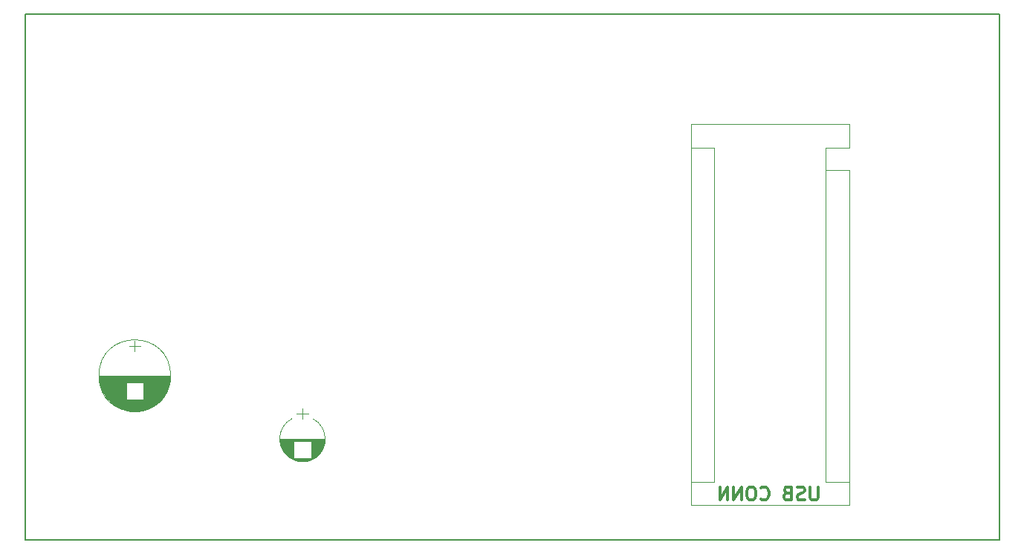
<source format=gbr>
G04 #@! TF.FileFunction,Legend,Bot*
%FSLAX46Y46*%
G04 Gerber Fmt 4.6, Leading zero omitted, Abs format (unit mm)*
G04 Created by KiCad (PCBNEW 4.0.7) date Saturday, 20 '20e' October '20e' 2018 20:32:08*
%MOMM*%
%LPD*%
G01*
G04 APERTURE LIST*
%ADD10C,0.500000*%
%ADD11C,0.300000*%
%ADD12C,0.150000*%
%ADD13C,0.120000*%
G04 APERTURE END LIST*
D10*
D11*
X120921429Y-88528571D02*
X120921429Y-89742857D01*
X120850001Y-89885714D01*
X120778572Y-89957143D01*
X120635715Y-90028571D01*
X120350001Y-90028571D01*
X120207143Y-89957143D01*
X120135715Y-89885714D01*
X120064286Y-89742857D01*
X120064286Y-88528571D01*
X119421429Y-89957143D02*
X119207143Y-90028571D01*
X118850000Y-90028571D01*
X118707143Y-89957143D01*
X118635714Y-89885714D01*
X118564286Y-89742857D01*
X118564286Y-89600000D01*
X118635714Y-89457143D01*
X118707143Y-89385714D01*
X118850000Y-89314286D01*
X119135714Y-89242857D01*
X119278572Y-89171429D01*
X119350000Y-89100000D01*
X119421429Y-88957143D01*
X119421429Y-88814286D01*
X119350000Y-88671429D01*
X119278572Y-88600000D01*
X119135714Y-88528571D01*
X118778572Y-88528571D01*
X118564286Y-88600000D01*
X117421429Y-89242857D02*
X117207143Y-89314286D01*
X117135715Y-89385714D01*
X117064286Y-89528571D01*
X117064286Y-89742857D01*
X117135715Y-89885714D01*
X117207143Y-89957143D01*
X117350001Y-90028571D01*
X117921429Y-90028571D01*
X117921429Y-88528571D01*
X117421429Y-88528571D01*
X117278572Y-88600000D01*
X117207143Y-88671429D01*
X117135715Y-88814286D01*
X117135715Y-88957143D01*
X117207143Y-89100000D01*
X117278572Y-89171429D01*
X117421429Y-89242857D01*
X117921429Y-89242857D01*
X114421429Y-89885714D02*
X114492858Y-89957143D01*
X114707144Y-90028571D01*
X114850001Y-90028571D01*
X115064286Y-89957143D01*
X115207144Y-89814286D01*
X115278572Y-89671429D01*
X115350001Y-89385714D01*
X115350001Y-89171429D01*
X115278572Y-88885714D01*
X115207144Y-88742857D01*
X115064286Y-88600000D01*
X114850001Y-88528571D01*
X114707144Y-88528571D01*
X114492858Y-88600000D01*
X114421429Y-88671429D01*
X113492858Y-88528571D02*
X113207144Y-88528571D01*
X113064286Y-88600000D01*
X112921429Y-88742857D01*
X112850001Y-89028571D01*
X112850001Y-89528571D01*
X112921429Y-89814286D01*
X113064286Y-89957143D01*
X113207144Y-90028571D01*
X113492858Y-90028571D01*
X113635715Y-89957143D01*
X113778572Y-89814286D01*
X113850001Y-89528571D01*
X113850001Y-89028571D01*
X113778572Y-88742857D01*
X113635715Y-88600000D01*
X113492858Y-88528571D01*
X112207143Y-90028571D02*
X112207143Y-88528571D01*
X111350000Y-90028571D01*
X111350000Y-88528571D01*
X110635714Y-90028571D02*
X110635714Y-88528571D01*
X109778571Y-90028571D01*
X109778571Y-88528571D01*
D12*
X30600000Y-34600000D02*
X141600000Y-34600000D01*
X141600000Y-34600000D02*
X141600000Y-94600000D01*
X141600000Y-94600000D02*
X30600000Y-94600000D01*
X30600000Y-94600000D02*
X30600000Y-34600000D01*
D13*
X47190000Y-75850000D02*
G75*
G03X47190000Y-75850000I-4090000J0D01*
G01*
X39050000Y-75850000D02*
X47150000Y-75850000D01*
X39050000Y-75890000D02*
X47150000Y-75890000D01*
X39050000Y-75930000D02*
X47150000Y-75930000D01*
X39051000Y-75970000D02*
X47149000Y-75970000D01*
X39053000Y-76010000D02*
X47147000Y-76010000D01*
X39054000Y-76050000D02*
X47146000Y-76050000D01*
X39057000Y-76090000D02*
X47143000Y-76090000D01*
X39059000Y-76130000D02*
X47141000Y-76130000D01*
X39062000Y-76170000D02*
X47138000Y-76170000D01*
X39065000Y-76210000D02*
X47135000Y-76210000D01*
X39069000Y-76250000D02*
X47131000Y-76250000D01*
X39073000Y-76290000D02*
X47127000Y-76290000D01*
X39078000Y-76330000D02*
X47122000Y-76330000D01*
X39083000Y-76370000D02*
X47117000Y-76370000D01*
X39088000Y-76410000D02*
X47112000Y-76410000D01*
X39094000Y-76450000D02*
X47106000Y-76450000D01*
X39100000Y-76490000D02*
X47100000Y-76490000D01*
X39106000Y-76530000D02*
X47094000Y-76530000D01*
X39113000Y-76571000D02*
X47087000Y-76571000D01*
X39121000Y-76611000D02*
X47079000Y-76611000D01*
X39129000Y-76651000D02*
X42120000Y-76651000D01*
X44080000Y-76651000D02*
X47071000Y-76651000D01*
X39137000Y-76691000D02*
X42120000Y-76691000D01*
X44080000Y-76691000D02*
X47063000Y-76691000D01*
X39145000Y-76731000D02*
X42120000Y-76731000D01*
X44080000Y-76731000D02*
X47055000Y-76731000D01*
X39154000Y-76771000D02*
X42120000Y-76771000D01*
X44080000Y-76771000D02*
X47046000Y-76771000D01*
X39164000Y-76811000D02*
X42120000Y-76811000D01*
X44080000Y-76811000D02*
X47036000Y-76811000D01*
X39174000Y-76851000D02*
X42120000Y-76851000D01*
X44080000Y-76851000D02*
X47026000Y-76851000D01*
X39184000Y-76891000D02*
X42120000Y-76891000D01*
X44080000Y-76891000D02*
X47016000Y-76891000D01*
X39195000Y-76931000D02*
X42120000Y-76931000D01*
X44080000Y-76931000D02*
X47005000Y-76931000D01*
X39206000Y-76971000D02*
X42120000Y-76971000D01*
X44080000Y-76971000D02*
X46994000Y-76971000D01*
X39217000Y-77011000D02*
X42120000Y-77011000D01*
X44080000Y-77011000D02*
X46983000Y-77011000D01*
X39230000Y-77051000D02*
X42120000Y-77051000D01*
X44080000Y-77051000D02*
X46970000Y-77051000D01*
X39242000Y-77091000D02*
X42120000Y-77091000D01*
X44080000Y-77091000D02*
X46958000Y-77091000D01*
X39255000Y-77131000D02*
X42120000Y-77131000D01*
X44080000Y-77131000D02*
X46945000Y-77131000D01*
X39268000Y-77171000D02*
X42120000Y-77171000D01*
X44080000Y-77171000D02*
X46932000Y-77171000D01*
X39282000Y-77211000D02*
X42120000Y-77211000D01*
X44080000Y-77211000D02*
X46918000Y-77211000D01*
X39297000Y-77251000D02*
X42120000Y-77251000D01*
X44080000Y-77251000D02*
X46903000Y-77251000D01*
X39311000Y-77291000D02*
X42120000Y-77291000D01*
X44080000Y-77291000D02*
X46889000Y-77291000D01*
X39327000Y-77331000D02*
X42120000Y-77331000D01*
X44080000Y-77331000D02*
X46873000Y-77331000D01*
X39342000Y-77371000D02*
X42120000Y-77371000D01*
X44080000Y-77371000D02*
X46858000Y-77371000D01*
X39359000Y-77411000D02*
X42120000Y-77411000D01*
X44080000Y-77411000D02*
X46841000Y-77411000D01*
X39375000Y-77451000D02*
X42120000Y-77451000D01*
X44080000Y-77451000D02*
X46825000Y-77451000D01*
X39393000Y-77491000D02*
X42120000Y-77491000D01*
X44080000Y-77491000D02*
X46807000Y-77491000D01*
X39410000Y-77531000D02*
X42120000Y-77531000D01*
X44080000Y-77531000D02*
X46790000Y-77531000D01*
X39429000Y-77571000D02*
X42120000Y-77571000D01*
X44080000Y-77571000D02*
X46771000Y-77571000D01*
X39448000Y-77611000D02*
X42120000Y-77611000D01*
X44080000Y-77611000D02*
X46752000Y-77611000D01*
X39467000Y-77651000D02*
X42120000Y-77651000D01*
X44080000Y-77651000D02*
X46733000Y-77651000D01*
X39487000Y-77691000D02*
X42120000Y-77691000D01*
X44080000Y-77691000D02*
X46713000Y-77691000D01*
X39507000Y-77731000D02*
X42120000Y-77731000D01*
X44080000Y-77731000D02*
X46693000Y-77731000D01*
X39528000Y-77771000D02*
X42120000Y-77771000D01*
X44080000Y-77771000D02*
X46672000Y-77771000D01*
X39550000Y-77811000D02*
X42120000Y-77811000D01*
X44080000Y-77811000D02*
X46650000Y-77811000D01*
X39572000Y-77851000D02*
X42120000Y-77851000D01*
X44080000Y-77851000D02*
X46628000Y-77851000D01*
X39595000Y-77891000D02*
X42120000Y-77891000D01*
X44080000Y-77891000D02*
X46605000Y-77891000D01*
X39618000Y-77931000D02*
X42120000Y-77931000D01*
X44080000Y-77931000D02*
X46582000Y-77931000D01*
X39642000Y-77971000D02*
X42120000Y-77971000D01*
X44080000Y-77971000D02*
X46558000Y-77971000D01*
X39666000Y-78011000D02*
X42120000Y-78011000D01*
X44080000Y-78011000D02*
X46534000Y-78011000D01*
X39692000Y-78051000D02*
X42120000Y-78051000D01*
X44080000Y-78051000D02*
X46508000Y-78051000D01*
X39717000Y-78091000D02*
X42120000Y-78091000D01*
X44080000Y-78091000D02*
X46483000Y-78091000D01*
X39744000Y-78131000D02*
X42120000Y-78131000D01*
X44080000Y-78131000D02*
X46456000Y-78131000D01*
X39771000Y-78171000D02*
X42120000Y-78171000D01*
X44080000Y-78171000D02*
X46429000Y-78171000D01*
X39799000Y-78211000D02*
X42120000Y-78211000D01*
X44080000Y-78211000D02*
X46401000Y-78211000D01*
X39828000Y-78251000D02*
X42120000Y-78251000D01*
X44080000Y-78251000D02*
X46372000Y-78251000D01*
X39857000Y-78291000D02*
X42120000Y-78291000D01*
X44080000Y-78291000D02*
X46343000Y-78291000D01*
X39887000Y-78331000D02*
X42120000Y-78331000D01*
X44080000Y-78331000D02*
X46313000Y-78331000D01*
X39918000Y-78371000D02*
X42120000Y-78371000D01*
X44080000Y-78371000D02*
X46282000Y-78371000D01*
X39950000Y-78411000D02*
X42120000Y-78411000D01*
X44080000Y-78411000D02*
X46250000Y-78411000D01*
X39982000Y-78451000D02*
X42120000Y-78451000D01*
X44080000Y-78451000D02*
X46218000Y-78451000D01*
X40016000Y-78491000D02*
X42120000Y-78491000D01*
X44080000Y-78491000D02*
X46184000Y-78491000D01*
X40050000Y-78531000D02*
X42120000Y-78531000D01*
X44080000Y-78531000D02*
X46150000Y-78531000D01*
X40085000Y-78571000D02*
X42120000Y-78571000D01*
X44080000Y-78571000D02*
X46115000Y-78571000D01*
X40121000Y-78611000D02*
X46079000Y-78611000D01*
X40158000Y-78651000D02*
X46042000Y-78651000D01*
X40196000Y-78691000D02*
X46004000Y-78691000D01*
X40235000Y-78731000D02*
X45965000Y-78731000D01*
X40276000Y-78771000D02*
X45924000Y-78771000D01*
X40317000Y-78811000D02*
X45883000Y-78811000D01*
X40360000Y-78851000D02*
X45840000Y-78851000D01*
X40403000Y-78891000D02*
X45797000Y-78891000D01*
X40448000Y-78931000D02*
X45752000Y-78931000D01*
X40495000Y-78971000D02*
X45705000Y-78971000D01*
X40543000Y-79011000D02*
X45657000Y-79011000D01*
X40592000Y-79051000D02*
X45608000Y-79051000D01*
X40643000Y-79091000D02*
X45557000Y-79091000D01*
X40696000Y-79131000D02*
X45504000Y-79131000D01*
X40751000Y-79171000D02*
X45449000Y-79171000D01*
X40807000Y-79211000D02*
X45393000Y-79211000D01*
X40866000Y-79251000D02*
X45334000Y-79251000D01*
X40927000Y-79291000D02*
X45273000Y-79291000D01*
X40991000Y-79331000D02*
X45209000Y-79331000D01*
X41057000Y-79371000D02*
X45143000Y-79371000D01*
X41126000Y-79411000D02*
X45074000Y-79411000D01*
X41198000Y-79451000D02*
X45002000Y-79451000D01*
X41274000Y-79491000D02*
X44926000Y-79491000D01*
X41355000Y-79531000D02*
X44845000Y-79531000D01*
X41440000Y-79571000D02*
X44760000Y-79571000D01*
X41530000Y-79611000D02*
X44670000Y-79611000D01*
X41627000Y-79651000D02*
X44573000Y-79651000D01*
X41731000Y-79691000D02*
X44469000Y-79691000D01*
X41846000Y-79731000D02*
X44354000Y-79731000D01*
X41973000Y-79771000D02*
X44227000Y-79771000D01*
X42117000Y-79811000D02*
X44083000Y-79811000D01*
X42286000Y-79851000D02*
X43914000Y-79851000D01*
X42502000Y-79891000D02*
X43698000Y-79891000D01*
X42854000Y-79931000D02*
X43346000Y-79931000D01*
X43100000Y-71900000D02*
X43100000Y-73100000D01*
X42450000Y-72500000D02*
X43750000Y-72500000D01*
X121830000Y-52370000D02*
X121830000Y-49830000D01*
X121830000Y-49830000D02*
X124500000Y-49830000D01*
X124500000Y-52370000D02*
X124500000Y-90600000D01*
X124500000Y-47160000D02*
X124500000Y-49830000D01*
X109130000Y-49830000D02*
X106460000Y-49830000D01*
X109130000Y-49830000D02*
X109130000Y-87930000D01*
X109130000Y-87930000D02*
X106460000Y-87930000D01*
X121830000Y-52370000D02*
X124500000Y-52370000D01*
X121830000Y-52370000D02*
X121830000Y-87930000D01*
X121830000Y-87930000D02*
X124500000Y-87930000D01*
X124500000Y-90600000D02*
X106460000Y-90600000D01*
X106460000Y-90600000D02*
X106460000Y-47160000D01*
X106460000Y-47160000D02*
X124500000Y-47160000D01*
X61020277Y-85355722D02*
G75*
G02X61020000Y-80744420I1179723J2305722D01*
G01*
X63379723Y-85355722D02*
G75*
G03X63380000Y-80744420I-1179723J2305722D01*
G01*
X63379723Y-85355722D02*
G75*
G02X61020000Y-85355580I-1179723J2305722D01*
G01*
X59650000Y-83050000D02*
X64750000Y-83050000D01*
X59650000Y-83090000D02*
X64750000Y-83090000D01*
X59651000Y-83130000D02*
X64749000Y-83130000D01*
X59652000Y-83170000D02*
X64748000Y-83170000D01*
X59654000Y-83210000D02*
X64746000Y-83210000D01*
X59657000Y-83250000D02*
X64743000Y-83250000D01*
X59661000Y-83290000D02*
X64739000Y-83290000D01*
X59665000Y-83330000D02*
X61220000Y-83330000D01*
X63180000Y-83330000D02*
X64735000Y-83330000D01*
X59669000Y-83370000D02*
X61220000Y-83370000D01*
X63180000Y-83370000D02*
X64731000Y-83370000D01*
X59675000Y-83410000D02*
X61220000Y-83410000D01*
X63180000Y-83410000D02*
X64725000Y-83410000D01*
X59681000Y-83450000D02*
X61220000Y-83450000D01*
X63180000Y-83450000D02*
X64719000Y-83450000D01*
X59687000Y-83490000D02*
X61220000Y-83490000D01*
X63180000Y-83490000D02*
X64713000Y-83490000D01*
X59694000Y-83530000D02*
X61220000Y-83530000D01*
X63180000Y-83530000D02*
X64706000Y-83530000D01*
X59702000Y-83570000D02*
X61220000Y-83570000D01*
X63180000Y-83570000D02*
X64698000Y-83570000D01*
X59711000Y-83610000D02*
X61220000Y-83610000D01*
X63180000Y-83610000D02*
X64689000Y-83610000D01*
X59720000Y-83650000D02*
X61220000Y-83650000D01*
X63180000Y-83650000D02*
X64680000Y-83650000D01*
X59730000Y-83690000D02*
X61220000Y-83690000D01*
X63180000Y-83690000D02*
X64670000Y-83690000D01*
X59740000Y-83730000D02*
X61220000Y-83730000D01*
X63180000Y-83730000D02*
X64660000Y-83730000D01*
X59752000Y-83771000D02*
X61220000Y-83771000D01*
X63180000Y-83771000D02*
X64648000Y-83771000D01*
X59764000Y-83811000D02*
X61220000Y-83811000D01*
X63180000Y-83811000D02*
X64636000Y-83811000D01*
X59776000Y-83851000D02*
X61220000Y-83851000D01*
X63180000Y-83851000D02*
X64624000Y-83851000D01*
X59790000Y-83891000D02*
X61220000Y-83891000D01*
X63180000Y-83891000D02*
X64610000Y-83891000D01*
X59804000Y-83931000D02*
X61220000Y-83931000D01*
X63180000Y-83931000D02*
X64596000Y-83931000D01*
X59818000Y-83971000D02*
X61220000Y-83971000D01*
X63180000Y-83971000D02*
X64582000Y-83971000D01*
X59834000Y-84011000D02*
X61220000Y-84011000D01*
X63180000Y-84011000D02*
X64566000Y-84011000D01*
X59850000Y-84051000D02*
X61220000Y-84051000D01*
X63180000Y-84051000D02*
X64550000Y-84051000D01*
X59867000Y-84091000D02*
X61220000Y-84091000D01*
X63180000Y-84091000D02*
X64533000Y-84091000D01*
X59885000Y-84131000D02*
X61220000Y-84131000D01*
X63180000Y-84131000D02*
X64515000Y-84131000D01*
X59904000Y-84171000D02*
X61220000Y-84171000D01*
X63180000Y-84171000D02*
X64496000Y-84171000D01*
X59924000Y-84211000D02*
X61220000Y-84211000D01*
X63180000Y-84211000D02*
X64476000Y-84211000D01*
X59944000Y-84251000D02*
X61220000Y-84251000D01*
X63180000Y-84251000D02*
X64456000Y-84251000D01*
X59966000Y-84291000D02*
X61220000Y-84291000D01*
X63180000Y-84291000D02*
X64434000Y-84291000D01*
X59988000Y-84331000D02*
X61220000Y-84331000D01*
X63180000Y-84331000D02*
X64412000Y-84331000D01*
X60011000Y-84371000D02*
X61220000Y-84371000D01*
X63180000Y-84371000D02*
X64389000Y-84371000D01*
X60035000Y-84411000D02*
X61220000Y-84411000D01*
X63180000Y-84411000D02*
X64365000Y-84411000D01*
X60060000Y-84451000D02*
X61220000Y-84451000D01*
X63180000Y-84451000D02*
X64340000Y-84451000D01*
X60087000Y-84491000D02*
X61220000Y-84491000D01*
X63180000Y-84491000D02*
X64313000Y-84491000D01*
X60114000Y-84531000D02*
X61220000Y-84531000D01*
X63180000Y-84531000D02*
X64286000Y-84531000D01*
X60142000Y-84571000D02*
X61220000Y-84571000D01*
X63180000Y-84571000D02*
X64258000Y-84571000D01*
X60172000Y-84611000D02*
X61220000Y-84611000D01*
X63180000Y-84611000D02*
X64228000Y-84611000D01*
X60203000Y-84651000D02*
X61220000Y-84651000D01*
X63180000Y-84651000D02*
X64197000Y-84651000D01*
X60235000Y-84691000D02*
X61220000Y-84691000D01*
X63180000Y-84691000D02*
X64165000Y-84691000D01*
X60268000Y-84731000D02*
X61220000Y-84731000D01*
X63180000Y-84731000D02*
X64132000Y-84731000D01*
X60303000Y-84771000D02*
X61220000Y-84771000D01*
X63180000Y-84771000D02*
X64097000Y-84771000D01*
X60339000Y-84811000D02*
X61220000Y-84811000D01*
X63180000Y-84811000D02*
X64061000Y-84811000D01*
X60377000Y-84851000D02*
X61220000Y-84851000D01*
X63180000Y-84851000D02*
X64023000Y-84851000D01*
X60417000Y-84891000D02*
X61220000Y-84891000D01*
X63180000Y-84891000D02*
X63983000Y-84891000D01*
X60458000Y-84931000D02*
X61220000Y-84931000D01*
X63180000Y-84931000D02*
X63942000Y-84931000D01*
X60501000Y-84971000D02*
X61220000Y-84971000D01*
X63180000Y-84971000D02*
X63899000Y-84971000D01*
X60546000Y-85011000D02*
X61220000Y-85011000D01*
X63180000Y-85011000D02*
X63854000Y-85011000D01*
X60594000Y-85051000D02*
X61220000Y-85051000D01*
X63180000Y-85051000D02*
X63806000Y-85051000D01*
X60644000Y-85091000D02*
X61220000Y-85091000D01*
X63180000Y-85091000D02*
X63756000Y-85091000D01*
X60696000Y-85131000D02*
X61220000Y-85131000D01*
X63180000Y-85131000D02*
X63704000Y-85131000D01*
X60752000Y-85171000D02*
X61220000Y-85171000D01*
X63180000Y-85171000D02*
X63648000Y-85171000D01*
X60810000Y-85211000D02*
X61220000Y-85211000D01*
X63180000Y-85211000D02*
X63590000Y-85211000D01*
X60873000Y-85251000D02*
X61220000Y-85251000D01*
X63180000Y-85251000D02*
X63527000Y-85251000D01*
X60939000Y-85291000D02*
X63461000Y-85291000D01*
X61011000Y-85331000D02*
X63389000Y-85331000D01*
X61088000Y-85371000D02*
X63312000Y-85371000D01*
X61172000Y-85411000D02*
X63228000Y-85411000D01*
X61266000Y-85451000D02*
X63134000Y-85451000D01*
X61371000Y-85491000D02*
X63029000Y-85491000D01*
X61493000Y-85531000D02*
X62907000Y-85531000D01*
X61641000Y-85571000D02*
X62759000Y-85571000D01*
X61846000Y-85611000D02*
X62554000Y-85611000D01*
X62200000Y-79600000D02*
X62200000Y-80800000D01*
X61550000Y-80200000D02*
X62850000Y-80200000D01*
M02*

</source>
